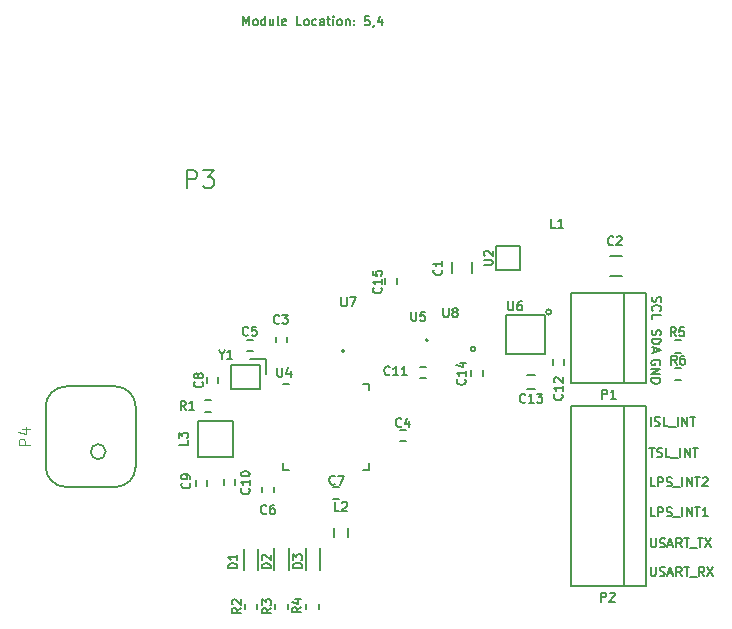
<source format=gbr>
G04 #@! TF.FileFunction,Legend,Top*
%FSLAX46Y46*%
G04 Gerber Fmt 4.6, Leading zero omitted, Abs format (unit mm)*
G04 Created by KiCad (PCBNEW 4.0.4-stable) date 10/06/16 01:12:16*
%MOMM*%
%LPD*%
G01*
G04 APERTURE LIST*
%ADD10C,0.100000*%
%ADD11C,0.190500*%
%ADD12C,0.200000*%
%ADD13C,0.150000*%
%ADD14C,0.127000*%
%ADD15C,0.210000*%
%ADD16C,0.205000*%
%ADD17C,0.121920*%
G04 APERTURE END LIST*
D10*
D11*
X151358600Y-89564028D02*
X151394886Y-89491457D01*
X151394886Y-89382600D01*
X151358600Y-89273743D01*
X151286029Y-89201171D01*
X151213457Y-89164886D01*
X151068314Y-89128600D01*
X150959457Y-89128600D01*
X150814314Y-89164886D01*
X150741743Y-89201171D01*
X150669171Y-89273743D01*
X150632886Y-89382600D01*
X150632886Y-89455171D01*
X150669171Y-89564028D01*
X150705457Y-89600314D01*
X150959457Y-89600314D01*
X150959457Y-89455171D01*
X150632886Y-89926886D02*
X151394886Y-89926886D01*
X150632886Y-90362314D01*
X151394886Y-90362314D01*
X150632886Y-90725172D02*
X151394886Y-90725172D01*
X151394886Y-90906600D01*
X151358600Y-91015457D01*
X151286029Y-91088029D01*
X151213457Y-91124314D01*
X151068314Y-91160600D01*
X150959457Y-91160600D01*
X150814314Y-91124314D01*
X150741743Y-91088029D01*
X150669171Y-91015457D01*
X150632886Y-90906600D01*
X150632886Y-90725172D01*
X150694571Y-86628515D02*
X150658286Y-86737372D01*
X150658286Y-86918801D01*
X150694571Y-86991372D01*
X150730857Y-87027658D01*
X150803429Y-87063943D01*
X150876000Y-87063943D01*
X150948571Y-87027658D01*
X150984857Y-86991372D01*
X151021143Y-86918801D01*
X151057429Y-86773658D01*
X151093714Y-86701086D01*
X151130000Y-86664801D01*
X151202571Y-86628515D01*
X151275143Y-86628515D01*
X151347714Y-86664801D01*
X151384000Y-86701086D01*
X151420286Y-86773658D01*
X151420286Y-86955086D01*
X151384000Y-87063943D01*
X150658286Y-87390515D02*
X151420286Y-87390515D01*
X151420286Y-87571943D01*
X151384000Y-87680800D01*
X151311429Y-87753372D01*
X151238857Y-87789657D01*
X151093714Y-87825943D01*
X150984857Y-87825943D01*
X150839714Y-87789657D01*
X150767143Y-87753372D01*
X150694571Y-87680800D01*
X150658286Y-87571943D01*
X150658286Y-87390515D01*
X150876000Y-88116229D02*
X150876000Y-88479086D01*
X150658286Y-88043657D02*
X151420286Y-88297657D01*
X150658286Y-88551657D01*
X150719971Y-83801858D02*
X150683686Y-83910715D01*
X150683686Y-84092144D01*
X150719971Y-84164715D01*
X150756257Y-84201001D01*
X150828829Y-84237286D01*
X150901400Y-84237286D01*
X150973971Y-84201001D01*
X151010257Y-84164715D01*
X151046543Y-84092144D01*
X151082829Y-83947001D01*
X151119114Y-83874429D01*
X151155400Y-83838144D01*
X151227971Y-83801858D01*
X151300543Y-83801858D01*
X151373114Y-83838144D01*
X151409400Y-83874429D01*
X151445686Y-83947001D01*
X151445686Y-84128429D01*
X151409400Y-84237286D01*
X150756257Y-84999286D02*
X150719971Y-84963000D01*
X150683686Y-84854143D01*
X150683686Y-84781572D01*
X150719971Y-84672715D01*
X150792543Y-84600143D01*
X150865114Y-84563858D01*
X151010257Y-84527572D01*
X151119114Y-84527572D01*
X151264257Y-84563858D01*
X151336829Y-84600143D01*
X151409400Y-84672715D01*
X151445686Y-84781572D01*
X151445686Y-84854143D01*
X151409400Y-84963000D01*
X151373114Y-84999286D01*
X150683686Y-85688715D02*
X150683686Y-85325858D01*
X151445686Y-85325858D01*
X150567573Y-94756514D02*
X150567573Y-93994514D01*
X150894144Y-94720229D02*
X151003001Y-94756514D01*
X151184430Y-94756514D01*
X151257001Y-94720229D01*
X151293287Y-94683943D01*
X151329572Y-94611371D01*
X151329572Y-94538800D01*
X151293287Y-94466229D01*
X151257001Y-94429943D01*
X151184430Y-94393657D01*
X151039287Y-94357371D01*
X150966715Y-94321086D01*
X150930430Y-94284800D01*
X150894144Y-94212229D01*
X150894144Y-94139657D01*
X150930430Y-94067086D01*
X150966715Y-94030800D01*
X151039287Y-93994514D01*
X151220715Y-93994514D01*
X151329572Y-94030800D01*
X152019001Y-94756514D02*
X151656144Y-94756514D01*
X151656144Y-93994514D01*
X152091572Y-94829086D02*
X152672143Y-94829086D01*
X152853572Y-94756514D02*
X152853572Y-93994514D01*
X153216429Y-94756514D02*
X153216429Y-93994514D01*
X153651857Y-94756514D01*
X153651857Y-93994514D01*
X153905857Y-93994514D02*
X154341286Y-93994514D01*
X154123572Y-94756514D02*
X154123572Y-93994514D01*
X150458715Y-96610714D02*
X150894144Y-96610714D01*
X150676430Y-97372714D02*
X150676430Y-96610714D01*
X151111858Y-97336429D02*
X151220715Y-97372714D01*
X151402144Y-97372714D01*
X151474715Y-97336429D01*
X151511001Y-97300143D01*
X151547286Y-97227571D01*
X151547286Y-97155000D01*
X151511001Y-97082429D01*
X151474715Y-97046143D01*
X151402144Y-97009857D01*
X151257001Y-96973571D01*
X151184429Y-96937286D01*
X151148144Y-96901000D01*
X151111858Y-96828429D01*
X151111858Y-96755857D01*
X151148144Y-96683286D01*
X151184429Y-96647000D01*
X151257001Y-96610714D01*
X151438429Y-96610714D01*
X151547286Y-96647000D01*
X152236715Y-97372714D02*
X151873858Y-97372714D01*
X151873858Y-96610714D01*
X152309286Y-97445286D02*
X152889857Y-97445286D01*
X153071286Y-97372714D02*
X153071286Y-96610714D01*
X153434143Y-97372714D02*
X153434143Y-96610714D01*
X153869571Y-97372714D01*
X153869571Y-96610714D01*
X154123571Y-96610714D02*
X154559000Y-96610714D01*
X154341286Y-97372714D02*
X154341286Y-96610714D01*
X150930430Y-99861914D02*
X150567573Y-99861914D01*
X150567573Y-99099914D01*
X151184430Y-99861914D02*
X151184430Y-99099914D01*
X151474715Y-99099914D01*
X151547287Y-99136200D01*
X151583572Y-99172486D01*
X151619858Y-99245057D01*
X151619858Y-99353914D01*
X151583572Y-99426486D01*
X151547287Y-99462771D01*
X151474715Y-99499057D01*
X151184430Y-99499057D01*
X151910144Y-99825629D02*
X152019001Y-99861914D01*
X152200430Y-99861914D01*
X152273001Y-99825629D01*
X152309287Y-99789343D01*
X152345572Y-99716771D01*
X152345572Y-99644200D01*
X152309287Y-99571629D01*
X152273001Y-99535343D01*
X152200430Y-99499057D01*
X152055287Y-99462771D01*
X151982715Y-99426486D01*
X151946430Y-99390200D01*
X151910144Y-99317629D01*
X151910144Y-99245057D01*
X151946430Y-99172486D01*
X151982715Y-99136200D01*
X152055287Y-99099914D01*
X152236715Y-99099914D01*
X152345572Y-99136200D01*
X152490715Y-99934486D02*
X153071286Y-99934486D01*
X153252715Y-99861914D02*
X153252715Y-99099914D01*
X153615572Y-99861914D02*
X153615572Y-99099914D01*
X154051000Y-99861914D01*
X154051000Y-99099914D01*
X154305000Y-99099914D02*
X154740429Y-99099914D01*
X154522715Y-99861914D02*
X154522715Y-99099914D01*
X154958143Y-99172486D02*
X154994429Y-99136200D01*
X155067000Y-99099914D01*
X155248429Y-99099914D01*
X155321000Y-99136200D01*
X155357286Y-99172486D01*
X155393571Y-99245057D01*
X155393571Y-99317629D01*
X155357286Y-99426486D01*
X154921857Y-99861914D01*
X155393571Y-99861914D01*
X150930430Y-102401914D02*
X150567573Y-102401914D01*
X150567573Y-101639914D01*
X151184430Y-102401914D02*
X151184430Y-101639914D01*
X151474715Y-101639914D01*
X151547287Y-101676200D01*
X151583572Y-101712486D01*
X151619858Y-101785057D01*
X151619858Y-101893914D01*
X151583572Y-101966486D01*
X151547287Y-102002771D01*
X151474715Y-102039057D01*
X151184430Y-102039057D01*
X151910144Y-102365629D02*
X152019001Y-102401914D01*
X152200430Y-102401914D01*
X152273001Y-102365629D01*
X152309287Y-102329343D01*
X152345572Y-102256771D01*
X152345572Y-102184200D01*
X152309287Y-102111629D01*
X152273001Y-102075343D01*
X152200430Y-102039057D01*
X152055287Y-102002771D01*
X151982715Y-101966486D01*
X151946430Y-101930200D01*
X151910144Y-101857629D01*
X151910144Y-101785057D01*
X151946430Y-101712486D01*
X151982715Y-101676200D01*
X152055287Y-101639914D01*
X152236715Y-101639914D01*
X152345572Y-101676200D01*
X152490715Y-102474486D02*
X153071286Y-102474486D01*
X153252715Y-102401914D02*
X153252715Y-101639914D01*
X153615572Y-102401914D02*
X153615572Y-101639914D01*
X154051000Y-102401914D01*
X154051000Y-101639914D01*
X154305000Y-101639914D02*
X154740429Y-101639914D01*
X154522715Y-102401914D02*
X154522715Y-101639914D01*
X155393571Y-102401914D02*
X154958143Y-102401914D01*
X155175857Y-102401914D02*
X155175857Y-101639914D01*
X155103286Y-101748771D01*
X155030714Y-101821343D01*
X154958143Y-101857629D01*
X150567573Y-104256114D02*
X150567573Y-104872971D01*
X150603858Y-104945543D01*
X150640144Y-104981829D01*
X150712715Y-105018114D01*
X150857858Y-105018114D01*
X150930430Y-104981829D01*
X150966715Y-104945543D01*
X151003001Y-104872971D01*
X151003001Y-104256114D01*
X151329573Y-104981829D02*
X151438430Y-105018114D01*
X151619859Y-105018114D01*
X151692430Y-104981829D01*
X151728716Y-104945543D01*
X151765001Y-104872971D01*
X151765001Y-104800400D01*
X151728716Y-104727829D01*
X151692430Y-104691543D01*
X151619859Y-104655257D01*
X151474716Y-104618971D01*
X151402144Y-104582686D01*
X151365859Y-104546400D01*
X151329573Y-104473829D01*
X151329573Y-104401257D01*
X151365859Y-104328686D01*
X151402144Y-104292400D01*
X151474716Y-104256114D01*
X151656144Y-104256114D01*
X151765001Y-104292400D01*
X152055287Y-104800400D02*
X152418144Y-104800400D01*
X151982715Y-105018114D02*
X152236715Y-104256114D01*
X152490715Y-105018114D01*
X153180144Y-105018114D02*
X152926144Y-104655257D01*
X152744716Y-105018114D02*
X152744716Y-104256114D01*
X153035001Y-104256114D01*
X153107573Y-104292400D01*
X153143858Y-104328686D01*
X153180144Y-104401257D01*
X153180144Y-104510114D01*
X153143858Y-104582686D01*
X153107573Y-104618971D01*
X153035001Y-104655257D01*
X152744716Y-104655257D01*
X153397858Y-104256114D02*
X153833287Y-104256114D01*
X153615573Y-105018114D02*
X153615573Y-104256114D01*
X153905858Y-105090686D02*
X154486429Y-105090686D01*
X154559000Y-104256114D02*
X154994429Y-104256114D01*
X154776715Y-105018114D02*
X154776715Y-104256114D01*
X155175857Y-104256114D02*
X155683857Y-105018114D01*
X155683857Y-104256114D02*
X155175857Y-105018114D01*
X150567573Y-106694514D02*
X150567573Y-107311371D01*
X150603858Y-107383943D01*
X150640144Y-107420229D01*
X150712715Y-107456514D01*
X150857858Y-107456514D01*
X150930430Y-107420229D01*
X150966715Y-107383943D01*
X151003001Y-107311371D01*
X151003001Y-106694514D01*
X151329573Y-107420229D02*
X151438430Y-107456514D01*
X151619859Y-107456514D01*
X151692430Y-107420229D01*
X151728716Y-107383943D01*
X151765001Y-107311371D01*
X151765001Y-107238800D01*
X151728716Y-107166229D01*
X151692430Y-107129943D01*
X151619859Y-107093657D01*
X151474716Y-107057371D01*
X151402144Y-107021086D01*
X151365859Y-106984800D01*
X151329573Y-106912229D01*
X151329573Y-106839657D01*
X151365859Y-106767086D01*
X151402144Y-106730800D01*
X151474716Y-106694514D01*
X151656144Y-106694514D01*
X151765001Y-106730800D01*
X152055287Y-107238800D02*
X152418144Y-107238800D01*
X151982715Y-107456514D02*
X152236715Y-106694514D01*
X152490715Y-107456514D01*
X153180144Y-107456514D02*
X152926144Y-107093657D01*
X152744716Y-107456514D02*
X152744716Y-106694514D01*
X153035001Y-106694514D01*
X153107573Y-106730800D01*
X153143858Y-106767086D01*
X153180144Y-106839657D01*
X153180144Y-106948514D01*
X153143858Y-107021086D01*
X153107573Y-107057371D01*
X153035001Y-107093657D01*
X152744716Y-107093657D01*
X153397858Y-106694514D02*
X153833287Y-106694514D01*
X153615573Y-107456514D02*
X153615573Y-106694514D01*
X153905858Y-107529086D02*
X154486429Y-107529086D01*
X155103286Y-107456514D02*
X154849286Y-107093657D01*
X154667858Y-107456514D02*
X154667858Y-106694514D01*
X154958143Y-106694514D01*
X155030715Y-106730800D01*
X155067000Y-106767086D01*
X155103286Y-106839657D01*
X155103286Y-106948514D01*
X155067000Y-107021086D01*
X155030715Y-107057371D01*
X154958143Y-107093657D01*
X154667858Y-107093657D01*
X155357286Y-106694514D02*
X155865286Y-107456514D01*
X155865286Y-106694514D02*
X155357286Y-107456514D01*
D12*
X131714381Y-87477600D02*
G75*
G03X131714381Y-87477600I-91581J0D01*
G01*
X124615527Y-88392000D02*
G75*
G03X124615527Y-88392000I-104727J0D01*
G01*
D11*
X116048971Y-60822114D02*
X116048971Y-60060114D01*
X116302971Y-60604400D01*
X116556971Y-60060114D01*
X116556971Y-60822114D01*
X117028685Y-60822114D02*
X116956113Y-60785829D01*
X116919828Y-60749543D01*
X116883542Y-60676971D01*
X116883542Y-60459257D01*
X116919828Y-60386686D01*
X116956113Y-60350400D01*
X117028685Y-60314114D01*
X117137542Y-60314114D01*
X117210113Y-60350400D01*
X117246399Y-60386686D01*
X117282685Y-60459257D01*
X117282685Y-60676971D01*
X117246399Y-60749543D01*
X117210113Y-60785829D01*
X117137542Y-60822114D01*
X117028685Y-60822114D01*
X117935828Y-60822114D02*
X117935828Y-60060114D01*
X117935828Y-60785829D02*
X117863257Y-60822114D01*
X117718114Y-60822114D01*
X117645542Y-60785829D01*
X117609257Y-60749543D01*
X117572971Y-60676971D01*
X117572971Y-60459257D01*
X117609257Y-60386686D01*
X117645542Y-60350400D01*
X117718114Y-60314114D01*
X117863257Y-60314114D01*
X117935828Y-60350400D01*
X118625257Y-60314114D02*
X118625257Y-60822114D01*
X118298686Y-60314114D02*
X118298686Y-60713257D01*
X118334971Y-60785829D01*
X118407543Y-60822114D01*
X118516400Y-60822114D01*
X118588971Y-60785829D01*
X118625257Y-60749543D01*
X119096972Y-60822114D02*
X119024400Y-60785829D01*
X118988115Y-60713257D01*
X118988115Y-60060114D01*
X119677543Y-60785829D02*
X119604972Y-60822114D01*
X119459829Y-60822114D01*
X119387258Y-60785829D01*
X119350972Y-60713257D01*
X119350972Y-60422971D01*
X119387258Y-60350400D01*
X119459829Y-60314114D01*
X119604972Y-60314114D01*
X119677543Y-60350400D01*
X119713829Y-60422971D01*
X119713829Y-60495543D01*
X119350972Y-60568114D01*
X120983829Y-60822114D02*
X120620972Y-60822114D01*
X120620972Y-60060114D01*
X121346686Y-60822114D02*
X121274114Y-60785829D01*
X121237829Y-60749543D01*
X121201543Y-60676971D01*
X121201543Y-60459257D01*
X121237829Y-60386686D01*
X121274114Y-60350400D01*
X121346686Y-60314114D01*
X121455543Y-60314114D01*
X121528114Y-60350400D01*
X121564400Y-60386686D01*
X121600686Y-60459257D01*
X121600686Y-60676971D01*
X121564400Y-60749543D01*
X121528114Y-60785829D01*
X121455543Y-60822114D01*
X121346686Y-60822114D01*
X122253829Y-60785829D02*
X122181258Y-60822114D01*
X122036115Y-60822114D01*
X121963543Y-60785829D01*
X121927258Y-60749543D01*
X121890972Y-60676971D01*
X121890972Y-60459257D01*
X121927258Y-60386686D01*
X121963543Y-60350400D01*
X122036115Y-60314114D01*
X122181258Y-60314114D01*
X122253829Y-60350400D01*
X122906972Y-60822114D02*
X122906972Y-60422971D01*
X122870686Y-60350400D01*
X122798115Y-60314114D01*
X122652972Y-60314114D01*
X122580401Y-60350400D01*
X122906972Y-60785829D02*
X122834401Y-60822114D01*
X122652972Y-60822114D01*
X122580401Y-60785829D01*
X122544115Y-60713257D01*
X122544115Y-60640686D01*
X122580401Y-60568114D01*
X122652972Y-60531829D01*
X122834401Y-60531829D01*
X122906972Y-60495543D01*
X123160972Y-60314114D02*
X123451258Y-60314114D01*
X123269830Y-60060114D02*
X123269830Y-60713257D01*
X123306115Y-60785829D01*
X123378687Y-60822114D01*
X123451258Y-60822114D01*
X123705259Y-60822114D02*
X123705259Y-60314114D01*
X123705259Y-60060114D02*
X123668973Y-60096400D01*
X123705259Y-60132686D01*
X123741544Y-60096400D01*
X123705259Y-60060114D01*
X123705259Y-60132686D01*
X124176973Y-60822114D02*
X124104401Y-60785829D01*
X124068116Y-60749543D01*
X124031830Y-60676971D01*
X124031830Y-60459257D01*
X124068116Y-60386686D01*
X124104401Y-60350400D01*
X124176973Y-60314114D01*
X124285830Y-60314114D01*
X124358401Y-60350400D01*
X124394687Y-60386686D01*
X124430973Y-60459257D01*
X124430973Y-60676971D01*
X124394687Y-60749543D01*
X124358401Y-60785829D01*
X124285830Y-60822114D01*
X124176973Y-60822114D01*
X124757545Y-60314114D02*
X124757545Y-60822114D01*
X124757545Y-60386686D02*
X124793830Y-60350400D01*
X124866402Y-60314114D01*
X124975259Y-60314114D01*
X125047830Y-60350400D01*
X125084116Y-60422971D01*
X125084116Y-60822114D01*
X125446974Y-60749543D02*
X125483259Y-60785829D01*
X125446974Y-60822114D01*
X125410688Y-60785829D01*
X125446974Y-60749543D01*
X125446974Y-60822114D01*
X125446974Y-60350400D02*
X125483259Y-60386686D01*
X125446974Y-60422971D01*
X125410688Y-60386686D01*
X125446974Y-60350400D01*
X125446974Y-60422971D01*
X126753259Y-60060114D02*
X126390402Y-60060114D01*
X126354116Y-60422971D01*
X126390402Y-60386686D01*
X126462973Y-60350400D01*
X126644402Y-60350400D01*
X126716973Y-60386686D01*
X126753259Y-60422971D01*
X126789544Y-60495543D01*
X126789544Y-60676971D01*
X126753259Y-60749543D01*
X126716973Y-60785829D01*
X126644402Y-60822114D01*
X126462973Y-60822114D01*
X126390402Y-60785829D01*
X126354116Y-60749543D01*
X127152401Y-60785829D02*
X127152401Y-60822114D01*
X127116116Y-60894686D01*
X127079830Y-60930971D01*
X127805544Y-60314114D02*
X127805544Y-60822114D01*
X127624115Y-60023829D02*
X127442687Y-60568114D01*
X127914401Y-60568114D01*
D13*
X135470000Y-81830800D02*
X135470000Y-80830800D01*
X133770000Y-80830800D02*
X133770000Y-81830800D01*
X148150200Y-80353800D02*
X147150200Y-80353800D01*
X147150200Y-82053800D02*
X148150200Y-82053800D01*
X118854200Y-87176800D02*
X118854200Y-87676800D01*
X119804200Y-87676800D02*
X119804200Y-87176800D01*
X129840800Y-95054400D02*
X129340800Y-95054400D01*
X129340800Y-96004400D02*
X129840800Y-96004400D01*
X116386800Y-88435200D02*
X116886800Y-88435200D01*
X116886800Y-87485200D02*
X116386800Y-87485200D01*
X118635800Y-100376800D02*
X118635800Y-99876800D01*
X117685800Y-99876800D02*
X117685800Y-100376800D01*
X124151200Y-99956600D02*
X123651200Y-99956600D01*
X123651200Y-100906600D02*
X124151200Y-100906600D01*
X112986800Y-90631200D02*
X112986800Y-91131200D01*
X113936800Y-91131200D02*
X113936800Y-90631200D01*
X112997000Y-99818000D02*
X112997000Y-99318000D01*
X112047000Y-99318000D02*
X112047000Y-99818000D01*
X115410000Y-99767200D02*
X115410000Y-99267200D01*
X114460000Y-99267200D02*
X114460000Y-99767200D01*
X131568000Y-89745800D02*
X131068000Y-89745800D01*
X131068000Y-90695800D02*
X131568000Y-90695800D01*
X143223000Y-89581800D02*
X143223000Y-89081800D01*
X142273000Y-89081800D02*
X142273000Y-89581800D01*
X140812000Y-91608200D02*
X140112000Y-91608200D01*
X140112000Y-90408200D02*
X140812000Y-90408200D01*
X136339600Y-90521600D02*
X136339600Y-90021600D01*
X135389600Y-90021600D02*
X135389600Y-90521600D01*
X128099800Y-82198400D02*
X128099800Y-82698400D01*
X129049800Y-82698400D02*
X129049800Y-82198400D01*
D14*
X115235000Y-97359600D02*
X112235000Y-97359600D01*
X112235000Y-97359600D02*
X112235000Y-94359600D01*
X112235000Y-94359600D02*
X115235000Y-94359600D01*
X115235000Y-94359600D02*
X115235000Y-97359600D01*
D13*
X113356200Y-92515200D02*
X112856200Y-92515200D01*
X112856200Y-93565200D02*
X113356200Y-93565200D01*
D14*
X137502200Y-81532400D02*
X137502200Y-79532400D01*
X137502200Y-79532400D02*
X139502200Y-79532400D01*
X139502200Y-79532400D02*
X139502200Y-81532400D01*
X139502200Y-81532400D02*
X137502200Y-81532400D01*
D13*
X126706600Y-91189600D02*
X126706600Y-91714600D01*
X119456600Y-98439600D02*
X119456600Y-97914600D01*
X126706600Y-98439600D02*
X126706600Y-97914600D01*
X119456600Y-91189600D02*
X119981600Y-91189600D01*
X119456600Y-98439600D02*
X119981600Y-98439600D01*
X126706600Y-98439600D02*
X126181600Y-98439600D01*
X126706600Y-91189600D02*
X126181600Y-91189600D01*
D14*
X117505800Y-91627200D02*
X115005800Y-91627200D01*
X115005800Y-91627200D02*
X115005800Y-89627200D01*
X115005800Y-89627200D02*
X117505800Y-89627200D01*
X117505800Y-89627200D02*
X117505800Y-91627200D01*
X116665800Y-89057200D02*
X117965800Y-89057200D01*
X117965800Y-89057200D02*
X117965800Y-90357200D01*
D15*
X142153841Y-85098665D02*
G75*
G03X142153841Y-85098665I-223606J0D01*
G01*
X138280235Y-85398665D02*
X138280235Y-88648665D01*
X138280235Y-88648665D02*
X141580235Y-88648665D01*
X141580235Y-88648665D02*
X141580235Y-85348665D01*
X141580235Y-85348665D02*
X138280235Y-85348665D01*
D16*
X135710635Y-88243265D02*
G75*
G03X135710635Y-88243265I-200000J0D01*
G01*
D13*
X150190200Y-83489800D02*
X143840200Y-83489800D01*
X150190200Y-91109800D02*
X143840200Y-91109800D01*
X148285200Y-91109800D02*
X148285200Y-83489800D01*
X150190200Y-83489800D02*
X150190200Y-91109800D01*
X143840200Y-91109800D02*
X143840200Y-83489800D01*
X143840200Y-100711000D02*
X143840200Y-108331000D01*
X148285200Y-100711000D02*
X148285200Y-108331000D01*
X150190200Y-100711000D02*
X150190200Y-108331000D01*
X150190200Y-93091000D02*
X143840200Y-93091000D01*
X150190200Y-108331000D02*
X143840200Y-108331000D01*
X148285200Y-100711000D02*
X148285200Y-93091000D01*
X150190200Y-93091000D02*
X150190200Y-100711000D01*
X143840200Y-100711000D02*
X143840200Y-93091000D01*
X116113000Y-105148200D02*
X116113000Y-106948200D01*
X117313000Y-105148200D02*
X117313000Y-106948200D01*
X118703800Y-105122800D02*
X118703800Y-106922800D01*
X119903800Y-105122800D02*
X119903800Y-106922800D01*
X121345400Y-105122800D02*
X121345400Y-106922800D01*
X122545400Y-105122800D02*
X122545400Y-106922800D01*
X117238000Y-110282800D02*
X117238000Y-109782800D01*
X116188000Y-109782800D02*
X116188000Y-110282800D01*
X119828800Y-110282800D02*
X119828800Y-109782800D01*
X118778800Y-109782800D02*
X118778800Y-110282800D01*
X122470400Y-110282800D02*
X122470400Y-109782800D01*
X121420400Y-109782800D02*
X121420400Y-110282800D01*
X152607200Y-88536000D02*
X153107200Y-88536000D01*
X153107200Y-87486000D02*
X152607200Y-87486000D01*
X152632600Y-90872800D02*
X153132600Y-90872800D01*
X153132600Y-89822800D02*
X152632600Y-89822800D01*
D14*
X99339400Y-98196400D02*
X99339400Y-93116400D01*
X101053900Y-91401900D02*
X105244900Y-91401900D01*
X106959400Y-93116400D02*
X106959400Y-98196400D01*
X105244900Y-99910900D02*
X101053900Y-99910900D01*
X101053901Y-99910901D02*
G75*
G02X99339400Y-98196400I0J1714501D01*
G01*
X99339401Y-93116401D02*
G75*
G02X101053900Y-91401900I1714500J1D01*
G01*
X106959399Y-98196399D02*
G75*
G02X105244900Y-99910900I-1714500J-1D01*
G01*
X105244899Y-91401899D02*
G75*
G02X106959400Y-93116400I0J-1714501D01*
G01*
X104419400Y-96926400D02*
G75*
G03X104419400Y-96926400I-635000J0D01*
G01*
D13*
X124933000Y-103409000D02*
X124933000Y-104109000D01*
X123733000Y-104109000D02*
X123733000Y-103409000D01*
X132860143Y-81508600D02*
X132896429Y-81544886D01*
X132932714Y-81653743D01*
X132932714Y-81726314D01*
X132896429Y-81835171D01*
X132823857Y-81907743D01*
X132751286Y-81944028D01*
X132606143Y-81980314D01*
X132497286Y-81980314D01*
X132352143Y-81944028D01*
X132279571Y-81907743D01*
X132207000Y-81835171D01*
X132170714Y-81726314D01*
X132170714Y-81653743D01*
X132207000Y-81544886D01*
X132243286Y-81508600D01*
X132932714Y-80782886D02*
X132932714Y-81218314D01*
X132932714Y-81000600D02*
X132170714Y-81000600D01*
X132279571Y-81073171D01*
X132352143Y-81145743D01*
X132388429Y-81218314D01*
X147396200Y-79393143D02*
X147359914Y-79429429D01*
X147251057Y-79465714D01*
X147178486Y-79465714D01*
X147069629Y-79429429D01*
X146997057Y-79356857D01*
X146960772Y-79284286D01*
X146924486Y-79139143D01*
X146924486Y-79030286D01*
X146960772Y-78885143D01*
X146997057Y-78812571D01*
X147069629Y-78740000D01*
X147178486Y-78703714D01*
X147251057Y-78703714D01*
X147359914Y-78740000D01*
X147396200Y-78776286D01*
X147686486Y-78776286D02*
X147722772Y-78740000D01*
X147795343Y-78703714D01*
X147976772Y-78703714D01*
X148049343Y-78740000D01*
X148085629Y-78776286D01*
X148121914Y-78848857D01*
X148121914Y-78921429D01*
X148085629Y-79030286D01*
X147650200Y-79465714D01*
X148121914Y-79465714D01*
X119126000Y-86022543D02*
X119089714Y-86058829D01*
X118980857Y-86095114D01*
X118908286Y-86095114D01*
X118799429Y-86058829D01*
X118726857Y-85986257D01*
X118690572Y-85913686D01*
X118654286Y-85768543D01*
X118654286Y-85659686D01*
X118690572Y-85514543D01*
X118726857Y-85441971D01*
X118799429Y-85369400D01*
X118908286Y-85333114D01*
X118980857Y-85333114D01*
X119089714Y-85369400D01*
X119126000Y-85405686D01*
X119380000Y-85333114D02*
X119851714Y-85333114D01*
X119597714Y-85623400D01*
X119706572Y-85623400D01*
X119779143Y-85659686D01*
X119815429Y-85695971D01*
X119851714Y-85768543D01*
X119851714Y-85949971D01*
X119815429Y-86022543D01*
X119779143Y-86058829D01*
X119706572Y-86095114D01*
X119488857Y-86095114D01*
X119416286Y-86058829D01*
X119380000Y-86022543D01*
X129463800Y-94760143D02*
X129427514Y-94796429D01*
X129318657Y-94832714D01*
X129246086Y-94832714D01*
X129137229Y-94796429D01*
X129064657Y-94723857D01*
X129028372Y-94651286D01*
X128992086Y-94506143D01*
X128992086Y-94397286D01*
X129028372Y-94252143D01*
X129064657Y-94179571D01*
X129137229Y-94107000D01*
X129246086Y-94070714D01*
X129318657Y-94070714D01*
X129427514Y-94107000D01*
X129463800Y-94143286D01*
X130116943Y-94324714D02*
X130116943Y-94832714D01*
X129935514Y-94034429D02*
X129754086Y-94578714D01*
X130225800Y-94578714D01*
X116484400Y-87038543D02*
X116448114Y-87074829D01*
X116339257Y-87111114D01*
X116266686Y-87111114D01*
X116157829Y-87074829D01*
X116085257Y-87002257D01*
X116048972Y-86929686D01*
X116012686Y-86784543D01*
X116012686Y-86675686D01*
X116048972Y-86530543D01*
X116085257Y-86457971D01*
X116157829Y-86385400D01*
X116266686Y-86349114D01*
X116339257Y-86349114D01*
X116448114Y-86385400D01*
X116484400Y-86421686D01*
X117173829Y-86349114D02*
X116810972Y-86349114D01*
X116774686Y-86711971D01*
X116810972Y-86675686D01*
X116883543Y-86639400D01*
X117064972Y-86639400D01*
X117137543Y-86675686D01*
X117173829Y-86711971D01*
X117210114Y-86784543D01*
X117210114Y-86965971D01*
X117173829Y-87038543D01*
X117137543Y-87074829D01*
X117064972Y-87111114D01*
X116883543Y-87111114D01*
X116810972Y-87074829D01*
X116774686Y-87038543D01*
X118033800Y-102126143D02*
X117997514Y-102162429D01*
X117888657Y-102198714D01*
X117816086Y-102198714D01*
X117707229Y-102162429D01*
X117634657Y-102089857D01*
X117598372Y-102017286D01*
X117562086Y-101872143D01*
X117562086Y-101763286D01*
X117598372Y-101618143D01*
X117634657Y-101545571D01*
X117707229Y-101473000D01*
X117816086Y-101436714D01*
X117888657Y-101436714D01*
X117997514Y-101473000D01*
X118033800Y-101509286D01*
X118686943Y-101436714D02*
X118541800Y-101436714D01*
X118469229Y-101473000D01*
X118432943Y-101509286D01*
X118360372Y-101618143D01*
X118324086Y-101763286D01*
X118324086Y-102053571D01*
X118360372Y-102126143D01*
X118396657Y-102162429D01*
X118469229Y-102198714D01*
X118614372Y-102198714D01*
X118686943Y-102162429D01*
X118723229Y-102126143D01*
X118759514Y-102053571D01*
X118759514Y-101872143D01*
X118723229Y-101799571D01*
X118686943Y-101763286D01*
X118614372Y-101727000D01*
X118469229Y-101727000D01*
X118396657Y-101763286D01*
X118360372Y-101799571D01*
X118324086Y-101872143D01*
X123825000Y-99636943D02*
X123788714Y-99673229D01*
X123679857Y-99709514D01*
X123607286Y-99709514D01*
X123498429Y-99673229D01*
X123425857Y-99600657D01*
X123389572Y-99528086D01*
X123353286Y-99382943D01*
X123353286Y-99274086D01*
X123389572Y-99128943D01*
X123425857Y-99056371D01*
X123498429Y-98983800D01*
X123607286Y-98947514D01*
X123679857Y-98947514D01*
X123788714Y-98983800D01*
X123825000Y-99020086D01*
X124079000Y-98947514D02*
X124587000Y-98947514D01*
X124260429Y-99709514D01*
X112590943Y-91008200D02*
X112627229Y-91044486D01*
X112663514Y-91153343D01*
X112663514Y-91225914D01*
X112627229Y-91334771D01*
X112554657Y-91407343D01*
X112482086Y-91443628D01*
X112336943Y-91479914D01*
X112228086Y-91479914D01*
X112082943Y-91443628D01*
X112010371Y-91407343D01*
X111937800Y-91334771D01*
X111901514Y-91225914D01*
X111901514Y-91153343D01*
X111937800Y-91044486D01*
X111974086Y-91008200D01*
X112228086Y-90572771D02*
X112191800Y-90645343D01*
X112155514Y-90681628D01*
X112082943Y-90717914D01*
X112046657Y-90717914D01*
X111974086Y-90681628D01*
X111937800Y-90645343D01*
X111901514Y-90572771D01*
X111901514Y-90427628D01*
X111937800Y-90355057D01*
X111974086Y-90318771D01*
X112046657Y-90282486D01*
X112082943Y-90282486D01*
X112155514Y-90318771D01*
X112191800Y-90355057D01*
X112228086Y-90427628D01*
X112228086Y-90572771D01*
X112264371Y-90645343D01*
X112300657Y-90681628D01*
X112373229Y-90717914D01*
X112518371Y-90717914D01*
X112590943Y-90681628D01*
X112627229Y-90645343D01*
X112663514Y-90572771D01*
X112663514Y-90427628D01*
X112627229Y-90355057D01*
X112590943Y-90318771D01*
X112518371Y-90282486D01*
X112373229Y-90282486D01*
X112300657Y-90318771D01*
X112264371Y-90355057D01*
X112228086Y-90427628D01*
X111524143Y-99568000D02*
X111560429Y-99604286D01*
X111596714Y-99713143D01*
X111596714Y-99785714D01*
X111560429Y-99894571D01*
X111487857Y-99967143D01*
X111415286Y-100003428D01*
X111270143Y-100039714D01*
X111161286Y-100039714D01*
X111016143Y-100003428D01*
X110943571Y-99967143D01*
X110871000Y-99894571D01*
X110834714Y-99785714D01*
X110834714Y-99713143D01*
X110871000Y-99604286D01*
X110907286Y-99568000D01*
X111596714Y-99205143D02*
X111596714Y-99060000D01*
X111560429Y-98987428D01*
X111524143Y-98951143D01*
X111415286Y-98878571D01*
X111270143Y-98842286D01*
X110979857Y-98842286D01*
X110907286Y-98878571D01*
X110871000Y-98914857D01*
X110834714Y-98987428D01*
X110834714Y-99132571D01*
X110871000Y-99205143D01*
X110907286Y-99241428D01*
X110979857Y-99277714D01*
X111161286Y-99277714D01*
X111233857Y-99241428D01*
X111270143Y-99205143D01*
X111306429Y-99132571D01*
X111306429Y-98987428D01*
X111270143Y-98914857D01*
X111233857Y-98878571D01*
X111161286Y-98842286D01*
X116553343Y-100032457D02*
X116589629Y-100068743D01*
X116625914Y-100177600D01*
X116625914Y-100250171D01*
X116589629Y-100359028D01*
X116517057Y-100431600D01*
X116444486Y-100467885D01*
X116299343Y-100504171D01*
X116190486Y-100504171D01*
X116045343Y-100467885D01*
X115972771Y-100431600D01*
X115900200Y-100359028D01*
X115863914Y-100250171D01*
X115863914Y-100177600D01*
X115900200Y-100068743D01*
X115936486Y-100032457D01*
X116625914Y-99306743D02*
X116625914Y-99742171D01*
X116625914Y-99524457D02*
X115863914Y-99524457D01*
X115972771Y-99597028D01*
X116045343Y-99669600D01*
X116081629Y-99742171D01*
X115863914Y-98835029D02*
X115863914Y-98762457D01*
X115900200Y-98689886D01*
X115936486Y-98653600D01*
X116009057Y-98617314D01*
X116154200Y-98581029D01*
X116335629Y-98581029D01*
X116480771Y-98617314D01*
X116553343Y-98653600D01*
X116589629Y-98689886D01*
X116625914Y-98762457D01*
X116625914Y-98835029D01*
X116589629Y-98907600D01*
X116553343Y-98943886D01*
X116480771Y-98980171D01*
X116335629Y-99016457D01*
X116154200Y-99016457D01*
X116009057Y-98980171D01*
X115936486Y-98943886D01*
X115900200Y-98907600D01*
X115863914Y-98835029D01*
X128465943Y-90391343D02*
X128429657Y-90427629D01*
X128320800Y-90463914D01*
X128248229Y-90463914D01*
X128139372Y-90427629D01*
X128066800Y-90355057D01*
X128030515Y-90282486D01*
X127994229Y-90137343D01*
X127994229Y-90028486D01*
X128030515Y-89883343D01*
X128066800Y-89810771D01*
X128139372Y-89738200D01*
X128248229Y-89701914D01*
X128320800Y-89701914D01*
X128429657Y-89738200D01*
X128465943Y-89774486D01*
X129191657Y-90463914D02*
X128756229Y-90463914D01*
X128973943Y-90463914D02*
X128973943Y-89701914D01*
X128901372Y-89810771D01*
X128828800Y-89883343D01*
X128756229Y-89919629D01*
X129917371Y-90463914D02*
X129481943Y-90463914D01*
X129699657Y-90463914D02*
X129699657Y-89701914D01*
X129627086Y-89810771D01*
X129554514Y-89883343D01*
X129481943Y-89919629D01*
X143045543Y-92082257D02*
X143081829Y-92118543D01*
X143118114Y-92227400D01*
X143118114Y-92299971D01*
X143081829Y-92408828D01*
X143009257Y-92481400D01*
X142936686Y-92517685D01*
X142791543Y-92553971D01*
X142682686Y-92553971D01*
X142537543Y-92517685D01*
X142464971Y-92481400D01*
X142392400Y-92408828D01*
X142356114Y-92299971D01*
X142356114Y-92227400D01*
X142392400Y-92118543D01*
X142428686Y-92082257D01*
X143118114Y-91356543D02*
X143118114Y-91791971D01*
X143118114Y-91574257D02*
X142356114Y-91574257D01*
X142464971Y-91646828D01*
X142537543Y-91719400D01*
X142573829Y-91791971D01*
X142428686Y-91066257D02*
X142392400Y-91029971D01*
X142356114Y-90957400D01*
X142356114Y-90775971D01*
X142392400Y-90703400D01*
X142428686Y-90667114D01*
X142501257Y-90630829D01*
X142573829Y-90630829D01*
X142682686Y-90667114D01*
X143118114Y-91102543D01*
X143118114Y-90630829D01*
X139946743Y-92702743D02*
X139910457Y-92739029D01*
X139801600Y-92775314D01*
X139729029Y-92775314D01*
X139620172Y-92739029D01*
X139547600Y-92666457D01*
X139511315Y-92593886D01*
X139475029Y-92448743D01*
X139475029Y-92339886D01*
X139511315Y-92194743D01*
X139547600Y-92122171D01*
X139620172Y-92049600D01*
X139729029Y-92013314D01*
X139801600Y-92013314D01*
X139910457Y-92049600D01*
X139946743Y-92085886D01*
X140672457Y-92775314D02*
X140237029Y-92775314D01*
X140454743Y-92775314D02*
X140454743Y-92013314D01*
X140382172Y-92122171D01*
X140309600Y-92194743D01*
X140237029Y-92231029D01*
X140926457Y-92013314D02*
X141398171Y-92013314D01*
X141144171Y-92303600D01*
X141253029Y-92303600D01*
X141325600Y-92339886D01*
X141361886Y-92376171D01*
X141398171Y-92448743D01*
X141398171Y-92630171D01*
X141361886Y-92702743D01*
X141325600Y-92739029D01*
X141253029Y-92775314D01*
X141035314Y-92775314D01*
X140962743Y-92739029D01*
X140926457Y-92702743D01*
X134841343Y-90786857D02*
X134877629Y-90823143D01*
X134913914Y-90932000D01*
X134913914Y-91004571D01*
X134877629Y-91113428D01*
X134805057Y-91186000D01*
X134732486Y-91222285D01*
X134587343Y-91258571D01*
X134478486Y-91258571D01*
X134333343Y-91222285D01*
X134260771Y-91186000D01*
X134188200Y-91113428D01*
X134151914Y-91004571D01*
X134151914Y-90932000D01*
X134188200Y-90823143D01*
X134224486Y-90786857D01*
X134913914Y-90061143D02*
X134913914Y-90496571D01*
X134913914Y-90278857D02*
X134151914Y-90278857D01*
X134260771Y-90351428D01*
X134333343Y-90424000D01*
X134369629Y-90496571D01*
X134405914Y-89408000D02*
X134913914Y-89408000D01*
X134115629Y-89589429D02*
X134659914Y-89770857D01*
X134659914Y-89299143D01*
X127729343Y-83039857D02*
X127765629Y-83076143D01*
X127801914Y-83185000D01*
X127801914Y-83257571D01*
X127765629Y-83366428D01*
X127693057Y-83439000D01*
X127620486Y-83475285D01*
X127475343Y-83511571D01*
X127366486Y-83511571D01*
X127221343Y-83475285D01*
X127148771Y-83439000D01*
X127076200Y-83366428D01*
X127039914Y-83257571D01*
X127039914Y-83185000D01*
X127076200Y-83076143D01*
X127112486Y-83039857D01*
X127801914Y-82314143D02*
X127801914Y-82749571D01*
X127801914Y-82531857D02*
X127039914Y-82531857D01*
X127148771Y-82604428D01*
X127221343Y-82677000D01*
X127257629Y-82749571D01*
X127039914Y-81624714D02*
X127039914Y-81987571D01*
X127402771Y-82023857D01*
X127366486Y-81987571D01*
X127330200Y-81915000D01*
X127330200Y-81733571D01*
X127366486Y-81661000D01*
X127402771Y-81624714D01*
X127475343Y-81588429D01*
X127656771Y-81588429D01*
X127729343Y-81624714D01*
X127765629Y-81661000D01*
X127801914Y-81733571D01*
X127801914Y-81915000D01*
X127765629Y-81987571D01*
X127729343Y-82023857D01*
X142519401Y-77967114D02*
X142156544Y-77967114D01*
X142156544Y-77205114D01*
X143172543Y-77967114D02*
X142737115Y-77967114D01*
X142954829Y-77967114D02*
X142954829Y-77205114D01*
X142882258Y-77313971D01*
X142809686Y-77386543D01*
X142737115Y-77422829D01*
X111368114Y-95961199D02*
X111368114Y-96324056D01*
X110606114Y-96324056D01*
X110606114Y-95779771D02*
X110606114Y-95308057D01*
X110896400Y-95562057D01*
X110896400Y-95453199D01*
X110932686Y-95380628D01*
X110968971Y-95344342D01*
X111041543Y-95308057D01*
X111222971Y-95308057D01*
X111295543Y-95344342D01*
X111331829Y-95380628D01*
X111368114Y-95453199D01*
X111368114Y-95670914D01*
X111331829Y-95743485D01*
X111295543Y-95779771D01*
X111201200Y-93384914D02*
X110947200Y-93022057D01*
X110765772Y-93384914D02*
X110765772Y-92622914D01*
X111056057Y-92622914D01*
X111128629Y-92659200D01*
X111164914Y-92695486D01*
X111201200Y-92768057D01*
X111201200Y-92876914D01*
X111164914Y-92949486D01*
X111128629Y-92985771D01*
X111056057Y-93022057D01*
X110765772Y-93022057D01*
X111926914Y-93384914D02*
X111491486Y-93384914D01*
X111709200Y-93384914D02*
X111709200Y-92622914D01*
X111636629Y-92731771D01*
X111564057Y-92804343D01*
X111491486Y-92840629D01*
X136433914Y-81112971D02*
X137050771Y-81112971D01*
X137123343Y-81076686D01*
X137159629Y-81040400D01*
X137195914Y-80967829D01*
X137195914Y-80822686D01*
X137159629Y-80750114D01*
X137123343Y-80713829D01*
X137050771Y-80677543D01*
X136433914Y-80677543D01*
X136506486Y-80350971D02*
X136470200Y-80314685D01*
X136433914Y-80242114D01*
X136433914Y-80060685D01*
X136470200Y-79988114D01*
X136506486Y-79951828D01*
X136579057Y-79915543D01*
X136651629Y-79915543D01*
X136760486Y-79951828D01*
X137195914Y-80387257D01*
X137195914Y-79915543D01*
X118951829Y-89803514D02*
X118951829Y-90420371D01*
X118988114Y-90492943D01*
X119024400Y-90529229D01*
X119096971Y-90565514D01*
X119242114Y-90565514D01*
X119314686Y-90529229D01*
X119350971Y-90492943D01*
X119387257Y-90420371D01*
X119387257Y-89803514D01*
X120076686Y-90057514D02*
X120076686Y-90565514D01*
X119895257Y-89767229D02*
X119713829Y-90311514D01*
X120185543Y-90311514D01*
X130280229Y-85079114D02*
X130280229Y-85695971D01*
X130316514Y-85768543D01*
X130352800Y-85804829D01*
X130425371Y-85841114D01*
X130570514Y-85841114D01*
X130643086Y-85804829D01*
X130679371Y-85768543D01*
X130715657Y-85695971D01*
X130715657Y-85079114D01*
X131441372Y-85079114D02*
X131078515Y-85079114D01*
X131042229Y-85441971D01*
X131078515Y-85405686D01*
X131151086Y-85369400D01*
X131332515Y-85369400D01*
X131405086Y-85405686D01*
X131441372Y-85441971D01*
X131477657Y-85514543D01*
X131477657Y-85695971D01*
X131441372Y-85768543D01*
X131405086Y-85804829D01*
X131332515Y-85841114D01*
X131151086Y-85841114D01*
X131078515Y-85804829D01*
X131042229Y-85768543D01*
X124387429Y-83859914D02*
X124387429Y-84476771D01*
X124423714Y-84549343D01*
X124460000Y-84585629D01*
X124532571Y-84621914D01*
X124677714Y-84621914D01*
X124750286Y-84585629D01*
X124786571Y-84549343D01*
X124822857Y-84476771D01*
X124822857Y-83859914D01*
X125113143Y-83859914D02*
X125621143Y-83859914D01*
X125294572Y-84621914D01*
X114241943Y-88704057D02*
X114241943Y-89066914D01*
X113987943Y-88304914D02*
X114241943Y-88704057D01*
X114495943Y-88304914D01*
X115149086Y-89066914D02*
X114713658Y-89066914D01*
X114931372Y-89066914D02*
X114931372Y-88304914D01*
X114858801Y-88413771D01*
X114786229Y-88486343D01*
X114713658Y-88522629D01*
X138509829Y-84190114D02*
X138509829Y-84806971D01*
X138546114Y-84879543D01*
X138582400Y-84915829D01*
X138654971Y-84952114D01*
X138800114Y-84952114D01*
X138872686Y-84915829D01*
X138908971Y-84879543D01*
X138945257Y-84806971D01*
X138945257Y-84190114D01*
X139634686Y-84190114D02*
X139489543Y-84190114D01*
X139416972Y-84226400D01*
X139380686Y-84262686D01*
X139308115Y-84371543D01*
X139271829Y-84516686D01*
X139271829Y-84806971D01*
X139308115Y-84879543D01*
X139344400Y-84915829D01*
X139416972Y-84952114D01*
X139562115Y-84952114D01*
X139634686Y-84915829D01*
X139670972Y-84879543D01*
X139707257Y-84806971D01*
X139707257Y-84625543D01*
X139670972Y-84552971D01*
X139634686Y-84516686D01*
X139562115Y-84480400D01*
X139416972Y-84480400D01*
X139344400Y-84516686D01*
X139308115Y-84552971D01*
X139271829Y-84625543D01*
X133023429Y-84774314D02*
X133023429Y-85391171D01*
X133059714Y-85463743D01*
X133096000Y-85500029D01*
X133168571Y-85536314D01*
X133313714Y-85536314D01*
X133386286Y-85500029D01*
X133422571Y-85463743D01*
X133458857Y-85391171D01*
X133458857Y-84774314D01*
X133930572Y-85100886D02*
X133858000Y-85064600D01*
X133821715Y-85028314D01*
X133785429Y-84955743D01*
X133785429Y-84919457D01*
X133821715Y-84846886D01*
X133858000Y-84810600D01*
X133930572Y-84774314D01*
X134075715Y-84774314D01*
X134148286Y-84810600D01*
X134184572Y-84846886D01*
X134220857Y-84919457D01*
X134220857Y-84955743D01*
X134184572Y-85028314D01*
X134148286Y-85064600D01*
X134075715Y-85100886D01*
X133930572Y-85100886D01*
X133858000Y-85137171D01*
X133821715Y-85173457D01*
X133785429Y-85246029D01*
X133785429Y-85391171D01*
X133821715Y-85463743D01*
X133858000Y-85500029D01*
X133930572Y-85536314D01*
X134075715Y-85536314D01*
X134148286Y-85500029D01*
X134184572Y-85463743D01*
X134220857Y-85391171D01*
X134220857Y-85246029D01*
X134184572Y-85173457D01*
X134148286Y-85137171D01*
X134075715Y-85100886D01*
X146452772Y-92445114D02*
X146452772Y-91683114D01*
X146743057Y-91683114D01*
X146815629Y-91719400D01*
X146851914Y-91755686D01*
X146888200Y-91828257D01*
X146888200Y-91937114D01*
X146851914Y-92009686D01*
X146815629Y-92045971D01*
X146743057Y-92082257D01*
X146452772Y-92082257D01*
X147613914Y-92445114D02*
X147178486Y-92445114D01*
X147396200Y-92445114D02*
X147396200Y-91683114D01*
X147323629Y-91791971D01*
X147251057Y-91864543D01*
X147178486Y-91900829D01*
X146376572Y-109615514D02*
X146376572Y-108853514D01*
X146666857Y-108853514D01*
X146739429Y-108889800D01*
X146775714Y-108926086D01*
X146812000Y-108998657D01*
X146812000Y-109107514D01*
X146775714Y-109180086D01*
X146739429Y-109216371D01*
X146666857Y-109252657D01*
X146376572Y-109252657D01*
X147102286Y-108926086D02*
X147138572Y-108889800D01*
X147211143Y-108853514D01*
X147392572Y-108853514D01*
X147465143Y-108889800D01*
X147501429Y-108926086D01*
X147537714Y-108998657D01*
X147537714Y-109071229D01*
X147501429Y-109180086D01*
X147066000Y-109615514D01*
X147537714Y-109615514D01*
X115557714Y-106810628D02*
X114795714Y-106810628D01*
X114795714Y-106629200D01*
X114832000Y-106520343D01*
X114904571Y-106447771D01*
X114977143Y-106411486D01*
X115122286Y-106375200D01*
X115231143Y-106375200D01*
X115376286Y-106411486D01*
X115448857Y-106447771D01*
X115521429Y-106520343D01*
X115557714Y-106629200D01*
X115557714Y-106810628D01*
X115557714Y-105649486D02*
X115557714Y-106084914D01*
X115557714Y-105867200D02*
X114795714Y-105867200D01*
X114904571Y-105939771D01*
X114977143Y-106012343D01*
X115013429Y-106084914D01*
X118378514Y-106798828D02*
X117616514Y-106798828D01*
X117616514Y-106617400D01*
X117652800Y-106508543D01*
X117725371Y-106435971D01*
X117797943Y-106399686D01*
X117943086Y-106363400D01*
X118051943Y-106363400D01*
X118197086Y-106399686D01*
X118269657Y-106435971D01*
X118342229Y-106508543D01*
X118378514Y-106617400D01*
X118378514Y-106798828D01*
X117689086Y-106073114D02*
X117652800Y-106036828D01*
X117616514Y-105964257D01*
X117616514Y-105782828D01*
X117652800Y-105710257D01*
X117689086Y-105673971D01*
X117761657Y-105637686D01*
X117834229Y-105637686D01*
X117943086Y-105673971D01*
X118378514Y-106109400D01*
X118378514Y-105637686D01*
X121045514Y-106785228D02*
X120283514Y-106785228D01*
X120283514Y-106603800D01*
X120319800Y-106494943D01*
X120392371Y-106422371D01*
X120464943Y-106386086D01*
X120610086Y-106349800D01*
X120718943Y-106349800D01*
X120864086Y-106386086D01*
X120936657Y-106422371D01*
X121009229Y-106494943D01*
X121045514Y-106603800D01*
X121045514Y-106785228D01*
X120283514Y-106095800D02*
X120283514Y-105624086D01*
X120573800Y-105878086D01*
X120573800Y-105769228D01*
X120610086Y-105696657D01*
X120646371Y-105660371D01*
X120718943Y-105624086D01*
X120900371Y-105624086D01*
X120972943Y-105660371D01*
X121009229Y-105696657D01*
X121045514Y-105769228D01*
X121045514Y-105986943D01*
X121009229Y-106059514D01*
X120972943Y-106095800D01*
X115863914Y-110134400D02*
X115501057Y-110388400D01*
X115863914Y-110569828D02*
X115101914Y-110569828D01*
X115101914Y-110279543D01*
X115138200Y-110206971D01*
X115174486Y-110170686D01*
X115247057Y-110134400D01*
X115355914Y-110134400D01*
X115428486Y-110170686D01*
X115464771Y-110206971D01*
X115501057Y-110279543D01*
X115501057Y-110569828D01*
X115174486Y-109844114D02*
X115138200Y-109807828D01*
X115101914Y-109735257D01*
X115101914Y-109553828D01*
X115138200Y-109481257D01*
X115174486Y-109444971D01*
X115247057Y-109408686D01*
X115319629Y-109408686D01*
X115428486Y-109444971D01*
X115863914Y-109880400D01*
X115863914Y-109408686D01*
X118429314Y-110159800D02*
X118066457Y-110413800D01*
X118429314Y-110595228D02*
X117667314Y-110595228D01*
X117667314Y-110304943D01*
X117703600Y-110232371D01*
X117739886Y-110196086D01*
X117812457Y-110159800D01*
X117921314Y-110159800D01*
X117993886Y-110196086D01*
X118030171Y-110232371D01*
X118066457Y-110304943D01*
X118066457Y-110595228D01*
X117667314Y-109905800D02*
X117667314Y-109434086D01*
X117957600Y-109688086D01*
X117957600Y-109579228D01*
X117993886Y-109506657D01*
X118030171Y-109470371D01*
X118102743Y-109434086D01*
X118284171Y-109434086D01*
X118356743Y-109470371D01*
X118393029Y-109506657D01*
X118429314Y-109579228D01*
X118429314Y-109796943D01*
X118393029Y-109869514D01*
X118356743Y-109905800D01*
X120994714Y-110090800D02*
X120631857Y-110344800D01*
X120994714Y-110526228D02*
X120232714Y-110526228D01*
X120232714Y-110235943D01*
X120269000Y-110163371D01*
X120305286Y-110127086D01*
X120377857Y-110090800D01*
X120486714Y-110090800D01*
X120559286Y-110127086D01*
X120595571Y-110163371D01*
X120631857Y-110235943D01*
X120631857Y-110526228D01*
X120486714Y-109437657D02*
X120994714Y-109437657D01*
X120196429Y-109619086D02*
X120740714Y-109800514D01*
X120740714Y-109328800D01*
X152697600Y-87161914D02*
X152443600Y-86799057D01*
X152262172Y-87161914D02*
X152262172Y-86399914D01*
X152552457Y-86399914D01*
X152625029Y-86436200D01*
X152661314Y-86472486D01*
X152697600Y-86545057D01*
X152697600Y-86653914D01*
X152661314Y-86726486D01*
X152625029Y-86762771D01*
X152552457Y-86799057D01*
X152262172Y-86799057D01*
X153387029Y-86399914D02*
X153024172Y-86399914D01*
X152987886Y-86762771D01*
X153024172Y-86726486D01*
X153096743Y-86690200D01*
X153278172Y-86690200D01*
X153350743Y-86726486D01*
X153387029Y-86762771D01*
X153423314Y-86835343D01*
X153423314Y-87016771D01*
X153387029Y-87089343D01*
X153350743Y-87125629D01*
X153278172Y-87161914D01*
X153096743Y-87161914D01*
X153024172Y-87125629D01*
X152987886Y-87089343D01*
X152755600Y-89549514D02*
X152501600Y-89186657D01*
X152320172Y-89549514D02*
X152320172Y-88787514D01*
X152610457Y-88787514D01*
X152683029Y-88823800D01*
X152719314Y-88860086D01*
X152755600Y-88932657D01*
X152755600Y-89041514D01*
X152719314Y-89114086D01*
X152683029Y-89150371D01*
X152610457Y-89186657D01*
X152320172Y-89186657D01*
X153408743Y-88787514D02*
X153263600Y-88787514D01*
X153191029Y-88823800D01*
X153154743Y-88860086D01*
X153082172Y-88968943D01*
X153045886Y-89114086D01*
X153045886Y-89404371D01*
X153082172Y-89476943D01*
X153118457Y-89513229D01*
X153191029Y-89549514D01*
X153336172Y-89549514D01*
X153408743Y-89513229D01*
X153445029Y-89476943D01*
X153481314Y-89404371D01*
X153481314Y-89222943D01*
X153445029Y-89150371D01*
X153408743Y-89114086D01*
X153336172Y-89077800D01*
X153191029Y-89077800D01*
X153118457Y-89114086D01*
X153082172Y-89150371D01*
X153045886Y-89222943D01*
X111270143Y-74603429D02*
X111270143Y-73079429D01*
X111850715Y-73079429D01*
X111995857Y-73152000D01*
X112068429Y-73224571D01*
X112141000Y-73369714D01*
X112141000Y-73587429D01*
X112068429Y-73732571D01*
X111995857Y-73805143D01*
X111850715Y-73877714D01*
X111270143Y-73877714D01*
X112649000Y-73079429D02*
X113592429Y-73079429D01*
X113084429Y-73660000D01*
X113302143Y-73660000D01*
X113447286Y-73732571D01*
X113519857Y-73805143D01*
X113592429Y-73950286D01*
X113592429Y-74313143D01*
X113519857Y-74458286D01*
X113447286Y-74530857D01*
X113302143Y-74603429D01*
X112866715Y-74603429D01*
X112721572Y-74530857D01*
X112649000Y-74458286D01*
D17*
X98023438Y-96368809D02*
X97058238Y-96368809D01*
X97058238Y-96001114D01*
X97104200Y-95909190D01*
X97150162Y-95863229D01*
X97242086Y-95817267D01*
X97379971Y-95817267D01*
X97471895Y-95863229D01*
X97517857Y-95909190D01*
X97563819Y-96001114D01*
X97563819Y-96368809D01*
X97379971Y-94989952D02*
X98023438Y-94989952D01*
X97012276Y-95219762D02*
X97701705Y-95449571D01*
X97701705Y-94852067D01*
D13*
X124206001Y-101944714D02*
X123843144Y-101944714D01*
X123843144Y-101182714D01*
X124423715Y-101255286D02*
X124460001Y-101219000D01*
X124532572Y-101182714D01*
X124714001Y-101182714D01*
X124786572Y-101219000D01*
X124822858Y-101255286D01*
X124859143Y-101327857D01*
X124859143Y-101400429D01*
X124822858Y-101509286D01*
X124387429Y-101944714D01*
X124859143Y-101944714D01*
M02*

</source>
